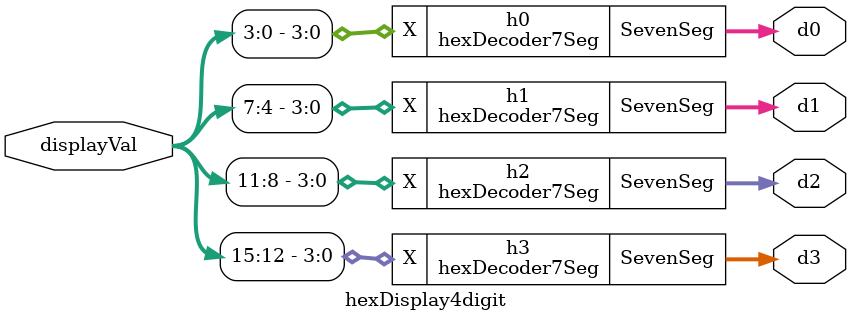
<source format=v>
module B_7SegDec(
	input  [3:0] X,
	output [6:0] Y
);

/*
6	A'B'C' + BCD
5	B'C + CD + A'B'D
4	D + BC'
3	BC'D' + BCD + A'B'C'D
2	B'CD'
1	BC'D + BCD'
0	BC'D' + A'B'C'D
---------------------------------------------
6	(~X[3])(~X[2])(~X[1]) + (X[2])(X[1])(X[0])
5	(~X[2])(X[1]) 		   + (X[1])(X[0]) + (~X[3])(~X[2])(X[0])
4	(X[0]) + (X[2])(~X[1])
3	(X[2])(~X[1])(~X[0]) + (X[2])(X[1])(X[0]) + (~X[3])(~X[2])(~X[1])(X[0])
2	(~X[2])(X[1])(~X[0])
1	(X[2])(~X[1])(X[0]) + (X[2])(X[1])(~X[0])
0	(X[2])(~X[1])(~X[0]) + (~X[3])(~X[2])(~X[1])(X[0])
*/

	assign Y[6] = ((~X[3] & ~X[2] & ~X[1])|(X[2] & X[1] & X[0]));
	assign Y[5] = ((~X[2] & X[1]) |(X[1] & X[0])|(~X[3] & ~X[2] & X[0]));
	assign Y[4] = ((X[0])|(X[2] & ~X[1]));
	assign Y[3] = ((X[2] &~X[1] & ~X[0])|(X[2] & X[1] & X[0])|(~X[3] & ~X[2] & ~X[1] & X[0]));
	assign Y[2] = (~X[2] & X[1] & ~X[0]);
	assign Y[1] = ((X[2] & ~X[1] & X[0])|(X[2] & X[1] & ~X[0]));
	assign Y[0] = ((X[2] & ~X[1] & ~X[0])|(~X[3] & ~X[2] & ~X[1] & X[0]));

endmodule

//TestBench

/*module testBench7Seg;

	reg [3:0]x;
	wire [6:0]y;
	B_7SegDec verify7Seg(x, y);
	
	initial begin
	#100; x=4'b0000;
	#100; x=4'b0001;
	#100; x=4'b0010;
	#100; x=4'b0011;
	#100; x=4'b0100;
	#100; x=4'b0101;
	#100; x=4'b0110;
	#100; x=4'b0111;
	#100; x=4'b1000;
	#100; x=4'b1001;
	end

endmodule*/

// 7 Segment Decoder [0-F]
// Instantiation: hexDecoder7Seg(.SevenSeg(), .X());
module hexDecoder7Seg(
	output [6:0]SevenSeg,
	input  [3:0]X
);

	assign SevenSeg[6]=((~X[3]&~X[2]&~X[1])|(~X[3]&X[2]&X[1]&X[0])|(X[3]&X[2]&~X[1]&~X[0]));
	assign SevenSeg[5]=((~X[3]&~X[2]&X[0])|(~X[3]&~X[2]&X[1])|(~X[3]&X[1]&X[0])|(X[3]&X[2]&~X[1]&X[0]));
	assign SevenSeg[4]=((~X[3]&X[0])|(~X[2]&~X[1]&X[0])|(~X[3]&X[2]&~X[1]));
	assign SevenSeg[3]=((X[3]&~X[2]&X[1]&~X[0])|(~X[3]&X[2]&~X[1]&~X[0])|(X[2]&X[1]&X[0])|(~X[3]&~X[2]&~X[1]&X[0]));
	assign SevenSeg[2]=((X[3]&X[2]&~X[0])|(X[3]&X[2]&X[1])|(~X[3]&~X[2]&X[1]&~X[0]));
	assign SevenSeg[1]=((X[2]&X[1]&~X[0])|(X[3]&X[1]&X[0])|(X[3]&X[2]&~X[0])|(~X[3]&X[2]&~X[1]&X[0]));
	assign SevenSeg[0]=((~X[3]&~X[2]&~X[1]&X[0])|(~X[3]&X[2]&~X[1]&~X[0])|(X[3]&~X[2]&X[1]&X[0])|(X[3]&X[2]&~X[1]&X[0]));

endmodule


// A helper function to display 16 bit value on HEX Displays
// Instantiation: hexDisplay4digit(.d3(), .d2(), .d1(), .d0(), .displayVal());
module hexDisplay4digit(
	output [6:0]d3, d2, d1, d0,
	inout  [15:0]displayVal
);
    hexDecoder7Seg h3(d3, displayVal[15:12]);
	hexDecoder7Seg h2(d2, displayVal[11:8]);
	hexDecoder7Seg h1(d1, displayVal[7:4]);
	hexDecoder7Seg h0(d0, displayVal[3:0]);
endmodule
</source>
